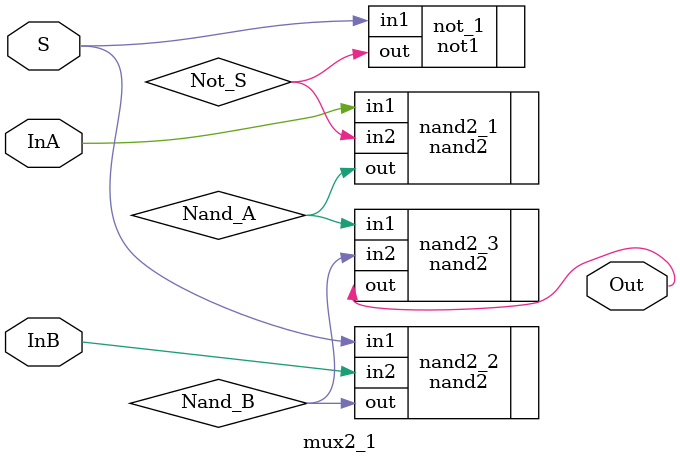
<source format=v>
   /*
    CS/ECE 552 Spring '20
    Homework #1, Problem 1

    2-1 mux template
*/
module mux2_1(InA, InB, S, Out);
	input   InA, InB;
	input   S;
	output  Out;
	
	// Use only NAND, NOR and NOT
    // YOUR CODE HERE
	 
	wire Not_S, Nand_A, Nand_B;
	not1 not_1(.in1(S), .out(Not_S));
	nand2 nand2_1(.in1(InA), .in2(Not_S), .out(Nand_A));
	nand2 nand2_2(.in1(S), .in2(InB), .out(Nand_B));
	nand2 nand2_3(.in1(Nand_A), .in2(Nand_B), .out(Out));

	
endmodule

</source>
